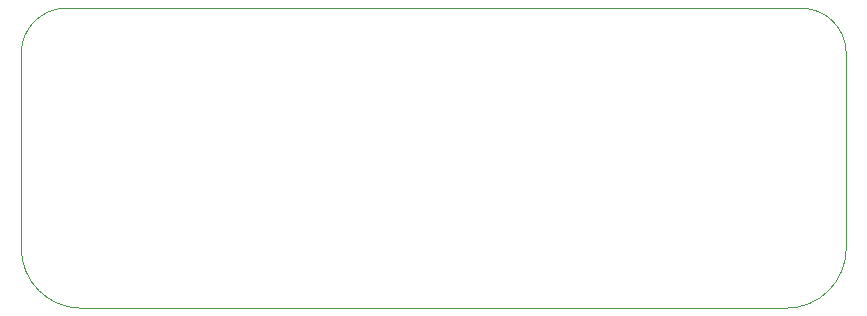
<source format=gbr>
%TF.GenerationSoftware,KiCad,Pcbnew,9.0.1*%
%TF.CreationDate,2025-04-23T20:11:47+09:00*%
%TF.ProjectId,RDC_Humanoid_CAN_chain,5244435f-4875-46d6-916e-6f69645f4341,rev?*%
%TF.SameCoordinates,Original*%
%TF.FileFunction,Profile,NP*%
%FSLAX46Y46*%
G04 Gerber Fmt 4.6, Leading zero omitted, Abs format (unit mm)*
G04 Created by KiCad (PCBNEW 9.0.1) date 2025-04-23 20:11:47*
%MOMM*%
%LPD*%
G01*
G04 APERTURE LIST*
%TA.AperFunction,Profile*%
%ADD10C,0.050000*%
%TD*%
%TA.AperFunction,Profile*%
%ADD11C,0.100000*%
%TD*%
G04 APERTURE END LIST*
D10*
X90560000Y-77205000D02*
G75*
G02*
X94370000Y-81015000I0J-3810000D01*
G01*
X89290000Y-102605000D02*
X29600000Y-102605000D01*
X94370000Y-97525000D02*
G75*
G02*
X89290000Y-102605000I-5080000J0D01*
G01*
X90560000Y-77205000D02*
X28330000Y-77205000D01*
X29600000Y-102605000D02*
G75*
G02*
X24520000Y-97525000I0J5080000D01*
G01*
X24520000Y-97525000D02*
X24520000Y-81015000D01*
X94370000Y-97525000D02*
X94370000Y-81015000D01*
D11*
X24520000Y-81015000D02*
G75*
G02*
X28330000Y-77205000I3810000J0D01*
G01*
M02*

</source>
